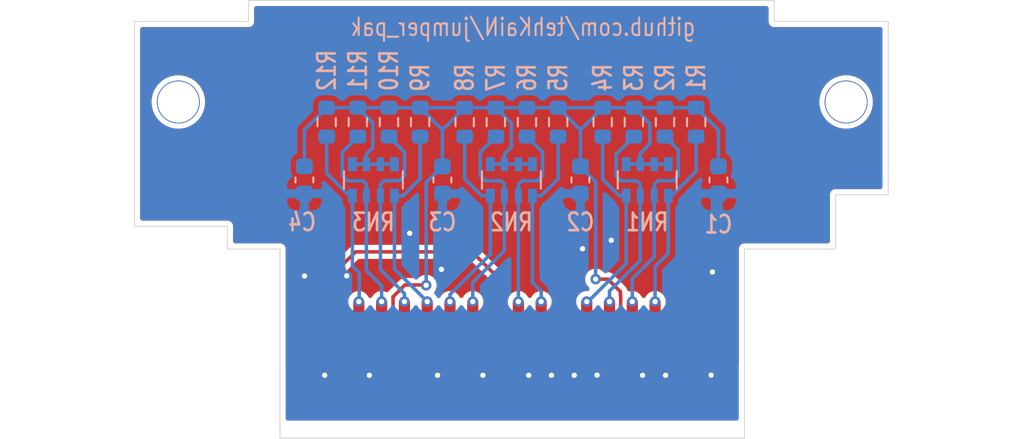
<source format=kicad_pcb>
(kicad_pcb (version 20211014) (generator pcbnew)
  (layers (0 "F.Cu" signal) (31 "B.Cu" signal) (34 "B.Paste" user) (35 "F.Paste" user) (36 "B.SilkS" user "B.Silkscreen") (37 "F.SilkS" user "F.Silkscreen") (38 "B.Mask" user) (39 "F.Mask" user) (44 "Edge.Cuts" user))
  (net 0 "")
  (net 1 "GND")
  (net 2 "VCC")
  (net 3 "Net-(J1-Pad4)")
  (net 4 "Net-(J1-Pad10)")
  (net 5 "Net-(J1-Pad14)")
  (net 6 "Net-(J1-Pad18)")
  (net 7 "Net-(J1-Pad34)")
  (net 8 "DQ6")
  (net 9 "ADDR")
  (net 10 "DQ8")
  (net 11 "DQ5")
  (net 12 "RXCLK")
  (net 13 "DQ7")
  (net 14 "FSO")
  (net 15 "Net-(J1-Pad1)")
  (net 16 "CMD")
  (net 17 "DQ4")
  (net 18 "Net-(J1-Pad33)")
  (net 19 "Net-(J1-Pad35)")
  (net 20 "DQ0")
  (net 21 "DQ1")
  (net 22 "DQ2")
  (net 23 "DQ3")
  (net 24 "Net-(J1-Pad23)")
  (footprint "n64:ram-pak-edge-conn" (layer "F.Cu") (at 111.4 105.2)
    (fp_text reference "J1" hide)
    (fp_text value "n64_exp")
    (pad "1" smd rect locked (at -0.6 -4.26) (size 0.64 2.56) (layers "F.Cu" "F.Paste" "F.Mask") (net 15 "Net-(J1-Pad1)"))
    (pad "2" smd rect locked (at 0 0) (size 0.64 2.56) (layers "F.Cu" "F.Paste" "F.Mask") (net 1 "GND"))
    (pad "3" smd rect locked (at 0.7 -4.26) (size 0.64 2.56) (layers "F.Cu" "F.Paste" "F.Mask") (net 14 "FSO"))
    (pad "4" smd rect locked (at 1.3 0) (size 0.64 2.56) (layers "F.Cu" "F.Paste" "F.Mask") (net 3 "Net-(J1-Pad4)"))
    (pad "5" smd rect locked (at 2 -4.26) (size 0.64 2.56) (layers "F.Cu" "F.Paste" "F.Mask") (net 10 "DQ8"))
    (pad "6" smd rect locked (at 2.6 0) (size 0.64 2.56) (layers "F.Cu" "F.Paste" "F.Mask") (net 1 "GND"))
    (pad "7" smd rect locked (at 3.3 -4.26) (size 0.64 2.56) (layers "F.Cu" "F.Paste" "F.Mask") (net 13 "DQ7"))
    (pad "8" smd rect locked (at 3.9 0) (size 0.64 2.56) (layers "F.Cu" "F.Paste" "F.Mask") (net 2 "VCC"))
    (pad "9" smd rect locked (at 4.6 -4.26) (size 0.64 2.56) (layers "F.Cu" "F.Paste" "F.Mask") (net 9 "ADDR"))
    (pad "10" smd rect locked (at 5.2 0) (size 0.64 2.56) (layers "F.Cu" "F.Paste" "F.Mask") (net 4 "Net-(J1-Pad10)"))
    (pad "11" smd rect locked (at 5.9 -4.26) (size 0.64 2.56) (layers "F.Cu" "F.Paste" "F.Mask") (net 8 "DQ6"))
    (pad "12" smd rect locked (at 6.5 0) (size 0.64 2.56) (layers "F.Cu" "F.Paste" "F.Mask") (net 1 "GND"))
    (pad "13" smd rect locked (at 7.2 -4.26) (size 0.64 2.56) (layers "F.Cu" "F.Paste" "F.Mask") (net 11 "DQ5"))
    (pad "14" smd rect locked (at 7.8 0) (size 0.64 2.56) (layers "F.Cu" "F.Paste" "F.Mask") (net 5 "Net-(J1-Pad14)"))
    (pad "15" smd rect locked (at 8.5 -4.26) (size 0.64 2.56) (layers "F.Cu" "F.Paste" "F.Mask") (net 12 "RXCLK"))
    (pad "16" smd rect locked (at 9.1 0) (size 0.64 2.56) (layers "F.Cu" "F.Paste" "F.Mask") (net 1 "GND"))
    (pad "17" smd rect locked (at 9.8 -4.26) (size 0.64 2.56) (layers "F.Cu" "F.Paste" "F.Mask") (net 14 "FSO"))
    (pad "18" smd rect locked (at 10.4 0) (size 0.64 2.56) (layers "F.Cu" "F.Paste" "F.Mask") (net 6 "Net-(J1-Pad18)"))
    (pad "19" smd rect locked (at 11.1 -4.26) (size 0.64 2.56) (layers "F.Cu" "F.Paste" "F.Mask") (net 17 "DQ4"))
    (pad "20" smd rect locked (at 11.7 0) (size 0.64 2.56) (layers "F.Cu" "F.Paste" "F.Mask") (net 1 "GND"))
    (pad "21" smd rect locked (at 12.4 -4.26) (size 0.64 2.56) (layers "F.Cu" "F.Paste" "F.Mask") (net 16 "CMD"))
    (pad "22" smd rect locked (at 13 0) (size 0.64 2.56) (layers "F.Cu" "F.Paste" "F.Mask") (net 1 "GND"))
    (pad "23" smd rect locked (at 13.7 -4.26) (size 0.64 2.56) (layers "F.Cu" "F.Paste" "F.Mask") (net 24 "Net-(J1-Pad23)"))
    (pad "24" smd rect locked (at 14.3 0) (size 0.64 2.56) (layers "F.Cu" "F.Paste" "F.Mask") (net 1 "GND"))
    (pad "25" smd rect locked (at 15 -4.26) (size 0.64 2.56) (layers "F.Cu" "F.Paste" "F.Mask") (net 23 "DQ3"))
    (pad "26" smd rect locked (at 15.6 0) (size 0.64 2.56) (layers "F.Cu" "F.Paste" "F.Mask") (net 1 "GND"))
    (pad "27" smd rect locked (at 16.3 -4.26) (size 0.64 2.56) (layers "F.Cu" "F.Paste" "F.Mask") (net 22 "DQ2"))
    (pad "28" smd rect locked (at 16.9 0) (size 0.64 2.56) (layers "F.Cu" "F.Paste" "F.Mask") (net 2 "VCC"))
    (pad "29" smd rect locked (at 17.6 -4.26) (size 0.64 2.56) (layers "F.Cu" "F.Paste" "F.Mask") (net 21 "DQ1"))
    (pad "30" smd rect locked (at 18.2 0) (size 0.64 2.56) (layers "F.Cu" "F.Paste" "F.Mask") (net 1 "GND"))
    (pad "31" smd rect locked (at 18.9 -4.26) (size 0.64 2.56) (layers "F.Cu" "F.Paste" "F.Mask") (net 20 "DQ0"))
    (pad "32" smd rect locked (at 19.5 0) (size 0.64 2.56) (layers "F.Cu" "F.Paste" "F.Mask") (net 1 "GND"))
    (pad "33" smd rect locked (at 20.2 -4.26) (size 0.64 2.56) (layers "F.Cu" "F.Paste" "F.Mask") (net 18 "Net-(J1-Pad33)"))
    (pad "34" smd rect locked (at 20.8 0) (size 0.64 2.56) (layers "F.Cu" "F.Paste" "F.Mask") (net 7 "Net-(J1-Pad34)"))
    (pad "35" smd rect locked (at 21.5 -4.26) (size 0.64 2.56) (layers "F.Cu" "F.Paste" "F.Mask") (net 19 "Net-(J1-Pad35)"))
    (pad "36" smd rect locked (at 22.1 0) (size 0.64 2.56) (layers "F.Cu" "F.Paste" "F.Mask") (net 1 "GND"))
  )
  (footprint "n64:jumper_pak_mounting_hole" (layer "F.Cu") (at 103.1 88.3)
    (fp_text reference "REF**" hide)
    (fp_text value "jumper_pak_mounting_hole")
    (pad "" np_thru_hole circle locked (at 0 0) (size 2.45 2.45) (drill 2.35) (layers *.Cu *.Mask))
  )
  (footprint "n64:wario" (layer "F.Cu") (at 122.5 89.9)
    (fp_text reference "G***" hide)
    (fp_text value "LOGO" hide)
  )
  (footprint "n64:jumper_pak_mounting_hole" (layer "F.Cu") (at 141.2 88.3)
    (fp_text reference "REF**" hide)
    (fp_text value "jumper_pak_mounting_hole")
    (pad "" np_thru_hole circle locked (at 0 0) (size 2.45 2.45) (drill 2.35) (layers *.Cu *.Mask))
  )
  (footprint "Capacitor_SMD:C_0603_1608Metric" (layer "B.Cu") (at 118.167 92.753 -90)
    (fp_text reference "C3" (at 2.413 0) (layer "B.SilkS") (effects (font (size 1 0.8)) (justify mirror)))
    (fp_text value "3.3uF")
    (fp_line (start -0.14058 -0.51) (end 0.14058 -0.51) (layer "B.SilkS") (width 0.12))
    (fp_line (start -0.14058 0.51) (end 0.14058 0.51) (layer "B.SilkS") (width 0.12))
    (pad "1" smd roundrect locked (at -0.775 0 270) (size 0.9 0.95) (layers "B.Cu" "B.Paste" "B.Mask") (net 2 "VCC"))
    (pad "2" smd roundrect locked (at 0.775 0 270) (size 0.9 0.95) (layers "B.Cu" "B.Paste" "B.Mask") (net 1 "GND"))
  )
  (footprint "Capacitor_SMD:C_0603_1608Metric" (layer "B.Cu") (at 133.915 92.753 -90)
    (fp_text reference "C1" (at 2.54 0 180) (layer "B.SilkS") (effects (font (size 1 0.8)) (justify mirror)))
    (fp_text value "3.3uF")
    (fp_line (start -0.14058 0.51) (end 0.14058 0.51) (layer "B.SilkS") (width 0.12))
    (fp_line (start -0.14058 -0.51) (end 0.14058 -0.51) (layer "B.SilkS") (width 0.12))
    (pad "1" smd roundrect locked (at -0.775 0 270) (size 0.9 0.95) (layers "B.Cu" "B.Paste" "B.Mask") (net 2 "VCC"))
    (pad "2" smd roundrect locked (at 0.775 0 270) (size 0.9 0.95) (layers "B.Cu" "B.Paste" "B.Mask") (net 1 "GND"))
  )
  (footprint "Capacitor_SMD:C_0603_1608Metric" (layer "B.Cu") (at 126.041 92.753 -90)
    (fp_text reference "C2" (at 2.413 0 180) (layer "B.SilkS") (effects (font (size 1 0.8)) (justify mirror)))
    (fp_text value "3.3uF")
    (fp_line (start -0.14058 0.51) (end 0.14058 0.51) (layer "B.SilkS") (width 0.12))
    (fp_line (start -0.14058 -0.51) (end 0.14058 -0.51) (layer "B.SilkS") (width 0.12))
    (pad "1" smd roundrect locked (at -0.775 0 270) (size 0.9 0.95) (layers "B.Cu" "B.Paste" "B.Mask") (net 2 "VCC"))
    (pad "2" smd roundrect locked (at 0.775 0 270) (size 0.9 0.95) (layers "B.Cu" "B.Paste" "B.Mask") (net 1 "GND"))
  )
  (footprint "Resistor_SMD:R_0603_1608Metric" (layer "B.Cu") (at 113.341 89.451 -90)
    (fp_text reference "R11" (at -2.951 0 90) (layer "B.SilkS") (effects (font (size 1 0.8)) (justify mirror)))
    (fp_text value "51R")
    (fp_line (start -0.237258 -0.5225) (end 0.237258 -0.5225) (layer "B.SilkS") (width 0.12))
    (fp_line (start -0.237258 0.5225) (end 0.237258 0.5225) (layer "B.SilkS") (width 0.12))
    (pad "1" smd roundrect locked (at -0.825 0 270) (size 0.8 0.95) (layers "B.Cu" "B.Paste" "B.Mask") (net 2 "VCC"))
    (pad "2" smd roundrect locked (at 0.825 0 270) (size 0.8 0.95) (layers "B.Cu" "B.Paste" "B.Mask") (net 13 "DQ7"))
  )
  (footprint "Resistor_SMD:R_0603_1608Metric" (layer "B.Cu") (at 119.437 89.451 -90)
    (fp_text reference "R8" (at -2.54 0 90) (layer "B.SilkS") (effects (font (size 1 0.8)) (justify mirror)))
    (fp_text value "51R")
    (fp_line (start -0.237258 -0.5225) (end 0.237258 -0.5225) (layer "B.SilkS") (width 0.12))
    (fp_line (start -0.237258 0.5225) (end 0.237258 0.5225) (layer "B.SilkS") (width 0.12))
    (pad "1" smd roundrect locked (at -0.825 0 270) (size 0.8 0.95) (layers "B.Cu" "B.Paste" "B.Mask") (net 2 "VCC"))
    (pad "2" smd roundrect locked (at 0.825 0 270) (size 0.8 0.95) (layers "B.Cu" "B.Paste" "B.Mask") (net 11 "DQ5"))
  )
  (footprint "Resistor_SMD:R_0603_1608Metric" (layer "B.Cu") (at 129.089 89.451 -90)
    (fp_text reference "R3" (at -2.54 0 90) (layer "B.SilkS") (effects (font (size 1 0.8)) (justify mirror)))
    (fp_text value "51R")
    (fp_line (start -0.237258 -0.5225) (end 0.237258 -0.5225) (layer "B.SilkS") (width 0.12))
    (fp_line (start -0.237258 0.5225) (end 0.237258 0.5225) (layer "B.SilkS") (width 0.12))
    (pad "1" smd roundrect locked (at -0.825 0 270) (size 0.8 0.95) (layers "B.Cu" "B.Paste" "B.Mask") (net 2 "VCC"))
    (pad "2" smd roundrect locked (at 0.825 0 270) (size 0.8 0.95) (layers "B.Cu" "B.Paste" "B.Mask") (net 22 "DQ2"))
  )
  (footprint "Resistor_SMD:R_0603_1608Metric" (layer "B.Cu") (at 132.645 89.451 -90)
    (fp_text reference "R1" (at -2.54 0 90) (layer "B.SilkS") (effects (font (size 1 0.8)) (justify mirror)))
    (fp_text value "51R")
    (fp_line (start -0.237258 -0.5225) (end 0.237258 -0.5225) (layer "B.SilkS") (width 0.12))
    (fp_line (start -0.237258 0.5225) (end 0.237258 0.5225) (layer "B.SilkS") (width 0.12))
    (pad "1" smd roundrect locked (at -0.825 0 270) (size 0.8 0.95) (layers "B.Cu" "B.Paste" "B.Mask") (net 2 "VCC"))
    (pad "2" smd roundrect locked (at 0.825 0 270) (size 0.8 0.95) (layers "B.Cu" "B.Paste" "B.Mask") (net 20 "DQ0"))
  )
  (footprint "Capacitor_SMD:C_0603_1608Metric" (layer "B.Cu") (at 110.293 92.753 -90)
    (fp_text reference "C4" (at 2.413 0.127 180) (layer "B.SilkS") (effects (font (size 1 0.8)) (justify mirror)))
    (fp_text value "3.3uF")
    (fp_line (start -0.14058 -0.51) (end 0.14058 -0.51) (layer "B.SilkS") (width 0.12))
    (fp_line (start -0.14058 0.51) (end 0.14058 0.51) (layer "B.SilkS") (width 0.12))
    (pad "1" smd roundrect locked (at -0.775 0 270) (size 0.9 0.95) (layers "B.Cu" "B.Paste" "B.Mask") (net 2 "VCC"))
    (pad "2" smd roundrect locked (at 0.775 0 270) (size 0.9 0.95) (layers "B.Cu" "B.Paste" "B.Mask") (net 1 "GND"))
  )
  (footprint "Resistor_SMD:R_0603_1608Metric" (layer "B.Cu") (at 124.771 89.451 -90)
    (fp_text reference "R5" (at -2.54 0 90) (layer "B.SilkS") (effects (font (size 1 0.8)) (justify mirror)))
    (fp_text value "51R")
    (fp_line (start -0.237258 0.5225) (end 0.237258 0.5225) (layer "B.SilkS") (width 0.12))
    (fp_line (start -0.237258 -0.5225) (end 0.237258 -0.5225) (layer "B.SilkS") (width 0.12))
    (pad "1" smd roundrect locked (at -0.825 0 270) (size 0.8 0.95) (layers "B.Cu" "B.Paste" "B.Mask") (net 2 "VCC"))
    (pad "2" smd roundrect locked (at 0.825 0 270) (size 0.8 0.95) (layers "B.Cu" "B.Paste" "B.Mask") (net 16 "CMD"))
  )
  (footprint "Resistor_SMD:R_Array_Convex_4x0603" (layer "B.Cu") (at 122.104 92.753 90)
    (fp_text reference "RN2" (at -2.413 0 180) (layer "B.SilkS") (effects (font (size 1 0.8)) (justify mirror)))
    (fp_text value "51R")
    (fp_line (start 0.5 1.68) (end -0.5 1.68) (layer "B.SilkS") (width 0.12))
    (fp_line (start 0.5 -1.68) (end -0.5 -1.68) (layer "B.SilkS") (width 0.12))
    (pad "1" smd rect locked (at -0.9 1.2 90) (size 0.8 0.5) (layers "B.Cu" "B.Paste" "B.Mask") (net 16 "CMD"))
    (pad "2" smd rect locked (at -0.9 0.4 90) (size 0.8 0.4) (layers "B.Cu" "B.Paste" "B.Mask") (net 17 "DQ4"))
    (pad "3" smd rect locked (at -0.9 -0.4 90) (size 0.8 0.4) (layers "B.Cu" "B.Paste" "B.Mask") (net 12 "RXCLK"))
    (pad "4" smd rect locked (at -0.9 -1.2 90) (size 0.8 0.5) (layers "B.Cu" "B.Paste" "B.Mask") (net 11 "DQ5"))
    (pad "5" smd rect locked (at 0.9 -1.2 90) (size 0.8 0.5) (layers "B.Cu" "B.Paste" "B.Mask") (net 2 "VCC"))
    (pad "6" smd rect locked (at 0.9 -0.4 90) (size 0.8 0.4) (layers "B.Cu" "B.Paste" "B.Mask") (net 2 "VCC"))
    (pad "7" smd rect locked (at 0.9 0.4 90) (size 0.8 0.4) (layers "B.Cu" "B.Paste" "B.Mask") (net 2 "VCC"))
    (pad "8" smd rect locked (at 0.9 1.2 90) (size 0.8 0.5) (layers "B.Cu" "B.Paste" "B.Mask") (net 2 "VCC"))
  )
  (footprint "Resistor_SMD:R_0603_1608Metric" (layer "B.Cu") (at 116.897 89.451 -90)
    (fp_text reference "R9" (at -2.54 0 90) (layer "B.SilkS") (effects (font (size 1 0.8)) (justify mirror)))
    (fp_text value "51R")
    (fp_line (start -0.237258 0.5225) (end 0.237258 0.5225) (layer "B.SilkS") (width 0.12))
    (fp_line (start -0.237258 -0.5225) (end 0.237258 -0.5225) (layer "B.SilkS") (width 0.12))
    (pad "1" smd roundrect locked (at -0.825 0 270) (size 0.8 0.95) (layers "B.Cu" "B.Paste" "B.Mask") (net 2 "VCC"))
    (pad "2" smd roundrect locked (at 0.825 0 270) (size 0.8 0.95) (layers "B.Cu" "B.Paste" "B.Mask") (net 8 "DQ6"))
  )
  (footprint "Resistor_SMD:R_0603_1608Metric" (layer "B.Cu") (at 121.215 89.451 -90)
    (fp_text reference "R7" (at -2.54 0 90) (layer "B.SilkS") (effects (font (size 1 0.8)) (justify mirror)))
    (fp_text value "51R")
    (fp_line (start -0.237258 0.5225) (end 0.237258 0.5225) (layer "B.SilkS") (width 0.12))
    (fp_line (start -0.237258 -0.5225) (end 0.237258 -0.5225) (layer "B.SilkS") (width 0.12))
    (pad "1" smd roundrect locked (at -0.825 0 270) (size 0.8 0.95) (layers "B.Cu" "B.Paste" "B.Mask") (net 2 "VCC"))
    (pad "2" smd roundrect locked (at 0.825 0 270) (size 0.8 0.95) (layers "B.Cu" "B.Paste" "B.Mask") (net 12 "RXCLK"))
  )
  (footprint "Resistor_SMD:R_0603_1608Metric" (layer "B.Cu") (at 122.993 89.451 -90)
    (fp_text reference "R6" (at -2.54 0 90) (layer "B.SilkS") (effects (font (size 1 0.8)) (justify mirror)))
    (fp_text value "51R")
    (fp_line (start -0.237258 0.5225) (end 0.237258 0.5225) (layer "B.SilkS") (width 0.12))
    (fp_line (start -0.237258 -0.5225) (end 0.237258 -0.5225) (layer "B.SilkS") (width 0.12))
    (pad "1" smd roundrect locked (at -0.825 0 270) (size 0.8 0.95) (layers "B.Cu" "B.Paste" "B.Mask") (net 2 "VCC"))
    (pad "2" smd roundrect locked (at 0.825 0 270) (size 0.8 0.95) (layers "B.Cu" "B.Paste" "B.Mask") (net 17 "DQ4"))
  )
  (footprint "Resistor_SMD:R_0603_1608Metric" (layer "B.Cu") (at 127.311 89.451 -90)
    (fp_text reference "R4" (at -2.54 0 90) (layer "B.SilkS") (effects (font (size 1 0.8)) (justify mirror)))
    (fp_text value "51R")
    (fp_line (start -0.237258 -0.5225) (end 0.237258 -0.5225) (layer "B.SilkS") (width 0.12))
    (fp_line (start -0.237258 0.5225) (end 0.237258 0.5225) (layer "B.SilkS") (width 0.12))
    (pad "1" smd roundrect locked (at -0.825 0 270) (size 0.8 0.95) (layers "B.Cu" "B.Paste" "B.Mask") (net 2 "VCC"))
    (pad "2" smd roundrect locked (at 0.825 0 270) (size 0.8 0.95) (layers "B.Cu" "B.Paste" "B.Mask") (net 23 "DQ3"))
  )
  (footprint "Resistor_SMD:R_0603_1608Metric" (layer "B.Cu") (at 130.867 89.451 -90)
    (fp_text reference "R2" (at -2.54 0 90) (layer "B.SilkS") (effects (font (size 1 0.8)) (justify mirror)))
    (fp_text value "51R")
    (fp_line (start -0.237258 0.5225) (end 0.237258 0.5225) (layer "B.SilkS") (width 0.12))
    (fp_line (start -0.237258 -0.5225) (end 0.237258 -0.5225) (layer "B.SilkS") (width 0.12))
    (pad "1" smd roundrect locked (at -0.825 0 270) (size 0.8 0.95) (layers "B.Cu" "B.Paste" "B.Mask") (net 2 "VCC"))
    (pad "2" smd roundrect locked (at 0.825 0 270) (size 0.8 0.95) (layers "B.Cu" "B.Paste" "B.Mask") (net 21 "DQ1"))
  )
  (footprint "Resistor_SMD:R_Array_Convex_4x0603" (layer "B.Cu") (at 114.23 92.753 90)
    (fp_text reference "RN3" (at -2.413 0 180) (layer "B.SilkS") (effects (font (size 1 0.8)) (justify mirror)))
    (fp_text value "51R")
    (fp_line (start 0.5 1.68) (end -0.5 1.68) (layer "B.SilkS") (width 0.12))
    (fp_line (start 0.5 -1.68) (end -0.5 -1.68) (layer "B.SilkS") (width 0.12))
    (pad "1" smd rect locked (at -0.9 1.2 90) (size 0.8 0.5) (layers "B.Cu" "B.Paste" "B.Mask") (net 8 "DQ6"))
    (pad "2" smd rect locked (at -0.9 0.4 90) (size 0.8 0.4) (layers "B.Cu" "B.Paste" "B.Mask") (net 9 "ADDR"))
    (pad "3" smd rect locked (at -0.9 -0.4 90) (size 0.8 0.4) (layers "B.Cu" "B.Paste" "B.Mask") (net 13 "DQ7"))
    (pad "4" smd rect locked (at -0.9 -1.2 90) (size 0.8 0.5) (layers "B.Cu" "B.Paste" "B.Mask") (net 10 "DQ8"))
    (pad "5" smd rect locked (at 0.9 -1.2 90) (size 0.8 0.5) (layers "B.Cu" "B.Paste" "B.Mask") (net 2 "VCC"))
    (pad "6" smd rect locked (at 0.9 -0.4 90) (size 0.8 0.4) (layers "B.Cu" "B.Paste" "B.Mask") (net 2 "VCC"))
    (pad "7" smd rect locked (at 0.9 0.4 90) (size 0.8 0.4) (layers "B.Cu" "B.Paste" "B.Mask") (net 2 "VCC"))
    (pad "8" smd rect locked (at 0.9 1.2 90) (size 0.8 0.5) (layers "B.Cu" "B.Paste" "B.Mask") (net 2 "VCC"))
  )
  (footprint "Resistor_SMD:R_Array_Convex_4x0603" (layer "B.Cu") (at 129.851 92.753 90)
    (fp_text reference "RN1" (at -2.413 0 180) (layer "B.SilkS") (effects (font (size 1 0.8)) (justify mirror)))
    (fp_text value "51R")
    (fp_line (start 0.5 -1.68) (end -0.5 -1.68) (layer "B.SilkS") (width 0.12))
    (fp_line (start 0.5 1.68) (end -0.5 1.68) (layer "B.SilkS") (width 0.12))
    (pad "1" smd rect locked (at -0.9 1.2 90) (size 0.8 0.5) (layers "B.Cu" "B.Paste" "B.Mask") (net 20 "DQ0"))
    (pad "2" smd rect locked (at -0.9 0.4 90) (size 0.8 0.4) (layers "B.Cu" "B.Paste" "B.Mask") (net 21 "DQ1"))
    (pad "3" smd rect locked (at -0.9 -0.4 90) (size 0.8 0.4) (layers "B.Cu" "B.Paste" "B.Mask") (net 22 "DQ2"))
    (pad "4" smd rect locked (at -0.9 -1.2 90) (size 0.8 0.5) (layers "B.Cu" "B.Paste" "B.Mask") (net 23 "DQ3"))
    (pad "5" smd rect locked (at 0.9 -1.2 90) (size 0.8 0.5) (layers "B.Cu" "B.Paste" "B.Mask") (net 2 "VCC"))
    (pad "6" smd rect locked (at 0.9 -0.4 90) (size 0.8 0.4) (layers "B.Cu" "B.Paste" "B.Mask") (net 2 "VCC"))
    (pad "7" smd rect locked (at 0.9 0.4 90) (size 0.8 0.4) (layers "B.Cu" "B.Paste" "B.Mask") (net 2 "VCC"))
    (pad "8" smd rect locked (at 0.9 1.2 90) (size 0.8 0.5) (layers "B.Cu" "B.Paste" "B.Mask") (net 2 "VCC"))
  )
  (footprint "Resistor_SMD:R_0603_1608Metric" (layer "B.Cu") (at 111.563 89.451 -90)
    (fp_text reference "R12" (at -2.951 0 90) (layer "B.SilkS") (effects (font (size 1 0.8)) (justify mirror)))
    (fp_text value "51R")
    (fp_line (start -0.237258 -0.5225) (end 0.237258 -0.5225) (layer "B.SilkS") (width 0.12))
    (fp_line (start -0.237258 0.5225) (end 0.237258 0.5225) (layer "B.SilkS") (width 0.12))
    (pad "1" smd roundrect locked (at -0.825 0 270) (size 0.8 0.95) (layers "B.Cu" "B.Paste" "B.Mask") (net 2 "VCC"))
    (pad "2" smd roundrect locked (at 0.825 0 270) (size 0.8 0.95) (layers "B.Cu" "B.Paste" "B.Mask") (net 10 "DQ8"))
  )
  (footprint "Resistor_SMD:R_0603_1608Metric" (layer "B.Cu") (at 115.119 89.451 -90)
    (fp_text reference "R10" (at -2.951 0 90) (layer "B.SilkS") (effects (font (size 1 0.8)) (justify mirror)))
    (fp_text value "51R")
    (fp_line (start -0.237258 -0.5225) (end 0.237258 -0.5225) (layer "B.SilkS") (width 0.12))
    (fp_line (start -0.237258 0.5225) (end 0.237258 0.5225) (layer "B.SilkS") (width 0.12))
    (pad "1" smd roundrect locked (at -0.825 0 270) (size 0.8 0.95) (layers "B.Cu" "B.Paste" "B.Mask") (net 2 "VCC"))
    (pad "2" smd roundrect locked (at 0.825 0 270) (size 0.8 0.95) (layers "B.Cu" "B.Paste" "B.Mask") (net 9 "ADDR"))
  )
  (gr_line (start 105.9 96.7) (end 108.9 96.7) (layer "Edge.Cuts") (width 0.05))
  (gr_line (start 143.6 83.7) (end 137.1 83.7) (layer "Edge.Cuts") (width 0.05))
  (gr_line (start 105.9 95.4) (end 105.9 96.7) (layer "Edge.Cuts") (width 0.05))
  (gr_line (start 100.6 95.4) (end 105.9 95.4) (layer "Edge.Cuts") (width 0.05))
  (gr_line (start 100.6 83.7) (end 100.6 95.4) (layer "Edge.Cuts") (width 0.05))
  (gr_line (start 107.1 83.7) (end 100.6 83.7) (layer "Edge.Cuts") (width 0.05))
  (gr_line (start 137.1 83.7) (end 137.1 82.5) (layer "Edge.Cuts") (width 0.05))
  (gr_line (start 107.1 82.5) (end 107.1 83.7) (layer "Edge.Cuts") (width 0.05))
  (gr_line (start 137.1 82.5) (end 107.1 82.5) (layer "Edge.Cuts") (width 0.05))
  (gr_line (start 143.6 93.6) (end 143.6 83.7) (layer "Edge.Cuts") (width 0.05))
  (gr_line (start 140.6 93.6) (end 143.6 93.6) (layer "Edge.Cuts") (width 0.05))
  (gr_line (start 140.6 96.7) (end 140.6 93.6) (layer "Edge.Cuts") (width 0.05))
  (gr_line (start 135.4 96.7) (end 140.6 96.7) (layer "Edge.Cuts") (width 0.05))
  (gr_line (start 135.4 107.5) (end 135.4 96.7) (layer "Edge.Cuts") (width 0.05))
  (gr_line (start 108.9 107.5) (end 108.9 96.7) (layer "Edge.Cuts") (width 0.05))
  (gr_line (start 108.9 107.5) (end 135.4 107.5) (layer "Edge.Cuts") (width 0.05))
  (gr_text "github.com/tehKaiN/jumper_pak" (at 122.76 84.02) (layer "B.SilkS") (effects (font (size 1 0.8) (thickness 0.12)) (justify mirror)))
  (segment (start 110.2 102.8) (end 109.9 102.5) (width 0.2) (layer "F.Cu") (net 1))
  (segment (start 123.1 105.2) (end 123.1 103.92) (width 0.2) (layer "F.Cu") (net 1))
  (segment (start 110.65 98.24) (end 110.3 98.24) (width 0.2) (layer "F.Cu") (net 1))
  (segment (start 109.9 98.64) (end 110.3 98.24) (width 0.2) (layer "F.Cu") (net 1))
  (segment (start 125.7 105.2) (end 125.7 103.92) (width 0.2) (layer "F.Cu") (net 1))
  (segment (start 129.6 105.2) (end 129.66 105.14) (width 0.2) (layer "F.Cu") (net 1))
  (segment (start 118.11 97.84) (end 118.11 97.86) (width 0.2) (layer "F.Cu") (net 1))
  (segment (start 109.9 102.5) (end 109.9 98.64) (width 0.2) (layer "F.Cu") (net 1))
  (segment (start 117.9 105.2) (end 117.94 105.16) (width 0.2) (layer "F.Cu") (net 1))
  (segment (start 123.1 105.2) (end 123.14 105.16) (width 0.2) (layer "F.Cu") (net 1))
  (segment (start 125.7 105.2) (end 125.75 105.15) (width 0.2) (layer "F.Cu") (net 1))
  (segment (start 126.2 96.72) (end 126.16 96.68) (width 0.2) (layer "F.Cu") (net 1))
  (segment (start 127 103.91) (end 126.99 103.9) (width 0.2) (layer "F.Cu") (net 1))
  (segment (start 118.01 97.74) (end 118.11 97.84) (width 0.2) (layer "F.Cu") (net 1))
  (segment (start 130.9 105.2) (end 130.9 103.91) (width 0.2) (layer "F.Cu") (net 1))
  (segment (start 124.4 105.2) (end 124.45 105.15) (width 0.2) (layer "F.Cu") (net 1))
  (segment (start 120.5 103.93) (end 120.48 103.91) (width 0.2) (layer "F.Cu") (net 1))
  (segment (start 112.770002 98.169998) (end 113.37 97.57) (width 0.2) (layer "F.Cu") (net 1))
  (segment (start 120.5 105.2) (end 120.5 103.93) (width 0.2) (layer "F.Cu") (net 1))
  (segment (start 114 105.2) (end 114.05 105.15) (width 0.2) (layer "F.Cu") (net 1))
  (segment (start 117.82 97.57) (end 118.11 97.86) (width 0.2) (layer "F.Cu") (net 1))
  (segment (start 129.6 105.2) (end 129.6 103.92) (width 0.2) (layer "F.Cu") (net 1))
  (segment (start 133.57 98.01) (end 132.28 96.72) (width 0.2) (layer "F.Cu") (net 1))
  (segment (start 113.37 97.57) (end 117.82 97.57) (width 0.2) (layer "F.Cu") (net 1))
  (segment (start 133.57 103.83) (end 133.57 98.01) (width 0.2) (layer "F.Cu") (net 1))
  (segment (start 133.5 103.9) (end 133.57 103.83) (width 0.2) (layer "F.Cu") (net 1))
  (segment (start 127 105.2) (end 127 103.91) (width 0.2) (layer "F.Cu") (net 1))
  (segment (start 111.4 105.2) (end 111.4 103.96) (width 0.2) (layer "F.Cu") (net 1))
  (segment (start 111.45 103.35) (end 110.9 102.8) (width 0.2) (layer "F.Cu") (net 1))
  (segment (start 130.9 105.2) (end 130.95 105.15) (width 0.2) (layer "F.Cu") (net 1))
  (segment (start 120.5 105.2) (end 120.55 105.15) (width 0.2) (layer "F.Cu") (net 1))
  (segment (start 114 105.2) (end 114 103.91) (width 0.2) (layer "F.Cu") (net 1))
  (segment (start 112.770002 98.169998) (end 112.71 98.23) (width 0.2) (layer "F.Cu") (net 1))
  (segment (start 111.4 105.2) (end 111.4 104.1) (width 0.2) (layer "F.Cu") (net 1))
  (segment (start 111.4 103.96) (end 111.45 103.91) (width 0.2) (layer "F.Cu") (net 1))
  (segment (start 117.9 103.92) (end 117.89 103.91) (width 0.2) (layer "F.Cu") (net 1))
  (segment (start 117.9 105.2) (end 117.9 103.92) (width 0.2) (layer "F.Cu") (net 1))
  (segment (start 127 105.2) (end 127.05 105.15) (width 0.2) (layer "F.Cu") (net 1))
  (segment (start 123.1 103.92) (end 123.09 103.91) (width 0.2) (layer "F.Cu") (net 1))
  (segment (start 132.28 96.72) (end 126.2 96.72) (width 0.2) (layer "F.Cu") (net 1))
  (segment (start 112.770002 98.210002) (end 112.770002 98.169998) (width 0.2) (layer "F.Cu") (net 1))
  (segment (start 111.45 103.91) (end 111.45 103.35) (width 0.2) (layer "F.Cu") (net 1))
  (segment (start 125.7 103.92) (end 125.69 103.91) (width 0.2) (layer "F.Cu") (net 1))
  (segment (start 110.9 102.8) (end 110.2 102.8) (width 0.2) (layer "F.Cu") (net 1))
  (segment (start 124.4 105.2) (end 124.4 103.92) (width 0.2) (layer "F.Cu") (net 1))
  (segment (start 129.6 103.92) (end 129.59 103.91) (width 0.2) (layer "F.Cu") (net 1))
  (segment (start 133.5 105.2) (end 133.5 103.9) (width 0.2) (layer "F.Cu") (net 1))
  (segment (start 124.4 103.92) (end 124.39 103.91) (width 0.2) (layer "F.Cu") (net 1))
  (via (at 120.48 103.91) (size 0.6) (drill 0.3) (layers "F.Cu" "B.Cu") (net 1))
  (via (at 125.69 103.91) (size 0.6) (drill 0.3) (layers "F.Cu" "B.Cu") (net 1))
  (via (at 117.89 103.91) (size 0.6) (drill 0.3) (layers "F.Cu" "B.Cu") (net 1))
  (via (at 118.11 97.86) (size 0.6) (drill 0.3) (layers "F.Cu" "B.Cu") (net 1))
  (via (at 112.71 98.23) (size 0.6) (drill 0.3) (layers "F.Cu" "B.Cu") (net 1))
  (via (at 110.3 98.24) (size 0.6) (drill 0.3) (layers "F.Cu" "B.Cu") (net 1))
  (via (at 124.39 103.91) (size 0.6) (drill 0.3) (layers "F.Cu" "B.Cu") (net 1))
  (via (at 126.16 96.68) (size 0.6) (drill 0.3) (layers "F.Cu" "B.Cu") (net 1))
  (via (at 130.9 103.91) (size 0.6) (drill 0.3) (layers "F.Cu" "B.Cu") (net 1))
  (via (at 129.59 103.91) (size 0.6) (drill 0.3) (layers "F.Cu" "B.Cu") (net 1))
  (via (at 114 103.91) (size 0.6) (drill 0.3) (layers "F.Cu" "B.Cu") (net 1))
  (via (at 127.8 96.2) (size 0.6) (drill 0.3) (layers "F.Cu" "B.Cu") (net 1))
  (via (at 116.3 95.8) (size 0.6) (drill 0.3) (layers "F.Cu" "B.Cu") (net 1))
  (via (at 133.57 98.01) (size 0.6) (drill 0.3) (layers "F.Cu" "B.Cu") (net 1))
  (via (at 126.99 103.9) (size 0.6) (drill 0.3) (layers "F.Cu" "B.Cu") (net 1))
  (via (at 133.5 103.9) (size 0.6) (drill 0.3) (layers "F.Cu" "B.Cu") (net 1))
  (via (at 123.09 103.91) (size 0.6) (drill 0.3) (layers "F.Cu" "B.Cu") (net 1))
  (via (at 111.45 103.91) (size 0.6) (drill 0.3) (layers "F.Cu" "B.Cu") (net 1))
  (segment (start 110.293 93.528) (end 110.293 98.233) (width 0.2) (layer "B.Cu") (net 1))
  (segment (start 126.041 93.528) (end 126.041 96.561) (width 0.2) (layer "B.Cu") (net 1))
  (segment (start 118.167 97.803) (end 118.11 97.86) (width 0.2) (layer "B.Cu") (net 1))
  (segment (start 118.167 93.528) (end 118.167 97.803) (width 0.2) (layer "B.Cu") (net 1))
  (segment (start 118.167 93.528) (end 118.072 93.528) (width 0.2) (layer "B.Cu") (net 1))
  (segment (start 133.915 93.535) (end 133.57 93.88) (width 0.2) (layer "B.Cu") (net 1))
  (segment (start 124.39 103.91) (end 125.69 103.91) (width 0.2) (layer "B.Cu") (net 1))
  (segment (start 126.98 103.91) (end 126.99 103.9) (width 0.2) (layer "B.Cu") (net 1))
  (segment (start 129.59 103.91) (end 130.9 103.91) (width 0.2) (layer "B.Cu") (net 1))
  (segment (start 126.99 103.9) (end 129.58 103.9) (width 0.2) (layer "B.Cu") (net 1))
  (segment (start 114 103.91) (end 111.45 103.91) (width 0.2) (layer "B.Cu") (net 1))
  (segment (start 130.91 103.9) (end 130.9 103.91) (width 0.2) (layer "B.Cu") (net 1))
  (segment (start 117.89 103.91) (end 120.48 103.91) (width 0.2) (layer "B.Cu") (net 1))
  (segment (start 133.5 103.9) (end 130.91 103.9) (width 0.2) (layer "B.Cu") (net 1))
  (segment (start 118.072 93.528) (end 118 93.6) (width 0.2) (layer "B.Cu") (net 1))
  (segment (start 110.293 98.233) (end 110.3 98.24) (width 0.2) (layer "B.Cu") (net 1))
  (segment (start 120.48 103.91) (end 123.09 103.91) (width 0.2) (layer "B.Cu") (net 1))
  (segment (start 133.915 93.528) (end 133.915 93.535) (width 0.2) (layer "B.Cu") (net 1))
  (segment (start 112.71 98.23) (end 110.31 98.23) (width 0.2) (layer "B.Cu") (net 1))
  (segment (start 133.57 93.88) (end 133.57 98.01) (width 0.2) (layer "B.Cu") (net 1))
  (segment (start 126.041 96.561) (end 126.16 96.68) (width 0.2) (layer "B.Cu") (net 1))
  (segment (start 125.69 103.91) (end 126.98 103.91) (width 0.2) (layer "B.Cu") (net 1))
  (segment (start 114 103.91) (end 117.89 103.91) (width 0.2) (layer "B.Cu") (net 1))
  (segment (start 123.09 103.91) (end 124.39 103.91) (width 0.2) (layer "B.Cu") (net 1))
  (segment (start 110.2 93.621) (end 110.293 93.528) (width 0.2) (layer "B.Cu") (net 1))
  (segment (start 129.58 103.9) (end 129.59 103.91) (width 0.2) (layer "B.Cu") (net 1))
  (segment (start 110.31 98.23) (end 110.3 98.24) (width 0.2) (layer "B.Cu") (net 1))
  (segment (start 133.9 93.543) (end 133.915 93.528) (width 0.2) (layer "B.Cu") (net 1))
  (segment (start 128.320001 99.379999) (end 128.320001 99.130001) (width 0.2) (layer "F.Cu") (net 2))
  (segment (start 115.35 105.15) (end 115.35 99.43) (width 0.2) (layer "F.Cu") (net 2))
  (segment (start 115.3 105.2) (end 115.320001 105.179999) (width 0.2) (layer "F.Cu") (net 2))
  (segment (start 128.3 105.2) (end 128.34 105.16) (width 0.2) (layer "F.Cu") (net 2))
  (segment (start 116.03 98.75) (end 117.22 98.75) (width 0.2) (layer "F.Cu") (net 2))
  (segment (start 127.61 98.42) (end 126.91 98.42) (width 0.2) (layer "F.Cu") (net 2))
  (segment (start 117.22 98.75) (end 117.24 98.77) (width 0.2) (layer "F.Cu") (net 2))
  (segment (start 115.35 99.43) (end 116.03 98.75) (width 0.2) (layer "F.Cu") (net 2))
  (segment (start 115.3 105.2) (end 115.35 105.15) (width 0.2) (layer "F.Cu") (net 2))
  (segment (start 128.320001 99.130001) (end 127.61 98.42) (width 0.2) (layer "F.Cu") (net 2))
  (segment (start 128.34 105.16) (end 128.34 99.399998) (width 0.2) (layer "F.Cu") (net 2))
  (segment (start 128.34 99.399998) (end 128.320001 99.379999) (width 0.2) (layer "F.Cu") (net 2))
  (via (at 117.24 98.77) (size 0.6) (drill 0.3) (layers "F.Cu" "B.Cu") (net 2))
  (via (at 126.91 98.42) (size 0.6) (drill 0.3) (layers "F.Cu" "B.Cu") (net 2))
  (segment (start 130 90.7) (end 130 89.537) (width 0.2) (layer "B.Cu") (net 2))
  (segment (start 128.651 91.853) (end 131.051 91.853) (width 0.2) (layer "B.Cu") (net 2))
  (segment (start 126.91 92.85) (end 126.041 91.981) (width 0.2) (layer "B.Cu") (net 2))
  (segment (start 118.167 89.896) (end 116.897 88.626) (width 0.2) (layer "B.Cu") (net 2))
  (segment (start 118.162 91.978) (end 118.167 91.978) (width 0.2) (layer "B.Cu") (net 2))
  (segment (start 126.041 89.896) (end 124.771 88.626) (width 0.2) (layer "B.Cu") (net 2))
  (segment (start 117.24 92.9) (end 118.162 91.978) (width 0.2) (layer "B.Cu") (net 2))
  (segment (start 114.2 89.485) (end 113.341 88.626) (width 0.2) (layer "B.Cu") (net 2))
  (segment (start 118.167 89.896) (end 119.437 88.626) (width 0.2) (layer "B.Cu") (net 2))
  (segment (start 110.293 89.896) (end 111.563 88.626) (width 0.2) (layer "B.Cu") (net 2))
  (segment (start 113.83 91.853) (end 113.83 91.27) (width 0.2) (layer "B.Cu") (net 2))
  (segment (start 129.451 91.249) (end 130 90.7) (width 0.2) (layer "B.Cu") (net 2))
  (segment (start 126.041 91.978) (end 126.041 89.896) (width 0.2) (layer "B.Cu") (net 2))
  (segment (start 133.915 91.978) (end 133.915 89.896) (width 0.2) (layer "B.Cu") (net 2))
  (segment (start 121.704 91.853) (end 121.704 91.2745) (width 0.2) (layer "B.Cu") (net 2))
  (segment (start 113.83 91.27) (end 114.2 90.9) (width 0.2) (layer "B.Cu") (net 2))
  (segment (start 113.03 91.853) (end 115.43 91.853) (width 0.2) (layer "B.Cu") (net 2))
  (segment (start 124.771 88.626) (end 132.645 88.626) (width 0.2) (layer "B.Cu") (net 2))
  (segment (start 120.904 91.853) (end 123.304 91.853) (width 0.2) (layer "B.Cu") (net 2))
  (segment (start 126.041 91.981) (end 126.041 91.978) (width 0.2) (layer "B.Cu") (net 2))
  (segment (start 117.24 98.77) (end 117.24 92.9) (width 0.2) (layer "B.Cu") (net 2))
  (segment (start 122.1 90.8785) (end 122.1 89.511) (width 0.2) (layer "B.Cu") (net 2))
  (segment (start 130 89.537) (end 129.089 88.626) (width 0.2) (layer "B.Cu") (net 2))
  (segment (start 118.167 91.978) (end 118.167 89.896) (width 0.2) (layer "B.Cu") (net 2))
  (segment (start 111.563 88.626) (end 116.897 88.626) (width 0.2) (layer "B.Cu") (net 2))
  (segment (start 126.91 98.42) (end 126.91 92.85) (width 0.2) (layer "B.Cu") (net 2))
  (segment (start 110.293 91.978) (end 110.293 89.896) (width 0.2) (layer "B.Cu") (net 2))
  (segment (start 116.897 88.626) (end 124.771 88.626) (width 0.2) (layer "B.Cu") (net 2))
  (segment (start 129.451 91.853) (end 129.451 91.249) (width 0.2) (layer "B.Cu") (net 2))
  (segment (start 122.1 89.511) (end 121.215 88.626) (width 0.2) (layer "B.Cu") (net 2))
  (segment (start 133.915 89.896) (end 132.645 88.626) (width 0.2) (layer "B.Cu") (net 2))
  (segment (start 114.2 90.9) (end 114.2 89.485) (width 0.2) (layer "B.Cu") (net 2))
  (segment (start 121.704 91.2745) (end 122.1 90.8785) (width 0.2) (layer "B.Cu") (net 2))
  (segment (start 126.041 89.896) (end 127.311 88.626) (width 0.2) (layer "B.Cu") (net 2))
  (via (at 117.3 99.7) (size 0.6) (drill 0.3) (layers "F.Cu" "B.Cu") (net 8))
  (segment (start 115.43 97.83) (end 115.43 93.653) (width 0.2) (layer "B.Cu") (net 8))
  (segment (start 115.93 93.653) (end 116.897 92.686) (width 0.2) (layer "B.Cu") (net 8))
  (segment (start 115.43 93.653) (end 115.93 93.653) (width 0.2) (layer "B.Cu") (net 8))
  (segment (start 117.3 99.7) (end 115.43 97.83) (width 0.2) (layer "B.Cu") (net 8))
  (segment (start 116.897 92.686) (end 116.897 90.276) (width 0.2) (layer "B.Cu") (net 8))
  (via (at 116 99.7) (size 0.6) (drill 0.3) (layers "F.Cu" "B.Cu") (net 9))
  (segment (start 114.63 97.87) (end 114.63 93.653) (width 0.2) (layer "B.Cu") (net 9))
  (segment (start 116 99.24) (end 114.63 97.87) (width 0.2) (layer "B.Cu") (net 9))
  (segment (start 114.63 93.653) (end 114.63 93.003) (width 0.2) (layer "B.Cu") (net 9))
  (segment (start 116.005001 92.513001) (end 116.005001 91.162001) (width 0.2) (layer "B.Cu") (net 9))
  (segment (start 116 99.7) (end 116 99.24) (width 0.2) (layer "B.Cu") (net 9))
  (segment (start 116.005001 91.162001) (end 115.119 90.276) (width 0.2) (layer "B.Cu") (net 9))
  (segment (start 115.718002 92.8) (end 116.005001 92.513001) (width 0.2) (layer "B.Cu") (net 9))
  (segment (start 114.833 92.8) (end 115.718002 92.8) (width 0.2) (layer "B.Cu") (net 9))
  (segment (start 114.63 93.003) (end 114.833 92.8) (width 0.2) (layer "B.Cu") (net 9))
  (via (at 113.4 99.7) (size 0.6) (drill 0.3) (layers "F.Cu" "B.Cu") (net 10))
  (segment (start 113.420001 98.060001) (end 113.03 97.67) (width 0.2) (layer "B.Cu") (net 10))
  (segment (start 113.420001 99.679999) (end 113.420001 98.060001) (width 0.2) (layer "B.Cu") (net 10))
  (segment (start 113.03 97.67) (end 113.03 93.653) (width 0.2) (layer "B.Cu") (net 10))
  (segment (start 112.853 93.653) (end 111.563 92.363) (width 0.2) (layer "B.Cu") (net 10))
  (segment (start 113.4 99.7) (end 113.420001 99.679999) (width 0.2) (layer "B.Cu") (net 10))
  (segment (start 113.03 93.653) (end 112.853 93.653) (width 0.2) (layer "B.Cu") (net 10))
  (segment (start 111.563 92.363) (end 111.563 90.276) (width 0.2) (layer "B.Cu") (net 10))
  (via (at 118.6 99.7) (size 0.6) (drill 0.3) (layers "F.Cu" "B.Cu") (net 11))
  (segment (start 119.437 92.686) (end 120.404 93.653) (width 0.2) (layer "B.Cu") (net 11))
  (segment (start 120.904 96.996) (end 120.904 93.653) (width 0.2) (layer "B.Cu") (net 11))
  (segment (start 119.437 90.276) (end 119.437 92.686) (width 0.2) (layer "B.Cu") (net 11))
  (segment (start 118.6 99.3) (end 120.904 96.996) (width 0.2) (layer "B.Cu") (net 11))
  (segment (start 120.404 93.653) (end 120.904 93.653) (width 0.2) (layer "B.Cu") (net 11))
  (segment (start 118.6 99.7) (end 118.6 99.3) (width 0.2) (layer "B.Cu") (net 11))
  (via (at 119.9 99.7) (size 0.6) (drill 0.3) (layers "F.Cu" "B.Cu") (net 12))
  (segment (start 121.704 93.653) (end 121.704 93.003) (width 0.2) (layer "B.Cu") (net 12))
  (segment (start 119.9 99.7) (end 119.9 98.6) (width 0.2) (layer "B.Cu") (net 12))
  (segment (start 120.615998 92.8) (end 120.328999 92.513001) (width 0.2) (layer "B.Cu") (net 12))
  (segment (start 121.704 96.796) (end 121.704 93.653) (width 0.2) (layer "B.Cu") (net 12))
  (segment (start 121.704 93.003) (end 121.501 92.8) (width 0.2) (layer "B.Cu") (net 12))
  (segment (start 120.328999 91.162001) (end 121.215 90.276) (width 0.2) (layer "B.Cu") (net 12))
  (segment (start 120.328999 92.513001) (end 120.328999 91.162001) (width 0.2) (layer "B.Cu") (net 12))
  (segment (start 119.9 98.6) (end 121.704 96.796) (width 0.2) (layer "B.Cu") (net 12))
  (segment (start 121.501 92.8) (end 120.615998 92.8) (width 0.2) (layer "B.Cu") (net 12))
  (via (at 114.7 99.7) (size 0.6) (drill 0.3) (layers "F.Cu" "B.Cu") (net 13))
  (segment (start 112.454999 91.162001) (end 113.341 90.276) (width 0.2) (layer "B.Cu") (net 13))
  (segment (start 114.7 98.79) (end 113.83 97.92) (width 0.2) (layer "B.Cu") (net 13))
  (segment (start 113.83 93.003) (end 113.627 92.8) (width 0.2) (layer "B.Cu") (net 13))
  (segment (start 112.454999 92.513001) (end 112.454999 91.162001) (width 0.2) (layer "B.Cu") (net 13))
  (segment (start 114.7 99.7) (end 114.7 98.79) (width 0.2) (layer "B.Cu") (net 13))
  (segment (start 113.83 97.92) (end 113.83 93.653) (width 0.2) (layer "B.Cu") (net 13))
  (segment (start 113.83 93.653) (end 113.83 93.003) (width 0.2) (layer "B.Cu") (net 13))
  (segment (start 112.741998 92.8) (end 112.454999 92.513001) (width 0.2) (layer "B.Cu") (net 13))
  (segment (start 113.627 92.8) (end 112.741998 92.8) (width 0.2) (layer "B.Cu") (net 13))
  (segment (start 121.2 98.2) (end 119.86 96.86) (width 0.2) (layer "F.Cu") (net 14))
  (segment (start 119.86 96.86) (end 113.211996 96.86) (width 0.2) (layer "F.Cu") (net 14))
  (segment (start 112.1 97.971996) (end 112.1 100.94) (width 0.2) (layer "F.Cu") (net 14))
  (segment (start 113.211996 96.86) (end 112.1 97.971996) (width 0.2) (layer "F.Cu") (net 14))
  (segment (start 121.2 100.94) (end 121.2 98.2) (width 0.2) (layer "F.Cu") (net 14))
  (via (at 123.8 99.7) (size 0.6) (drill 0.3) (layers "F.Cu" "B.Cu") (net 16))
  (segment (start 123.304 93.653) (end 123.804 93.653) (width 0.2) (layer "B.Cu") (net 16))
  (segment (start 123.804 93.653) (end 124.771 92.686) (width 0.2) (layer "B.Cu") (net 16))
  (segment (start 123.8 99.1) (end 123.304 98.604) (width 0.2) (layer "B.Cu") (net 16))
  (segment (start 123.304 98.604) (end 123.304 93.653) (width 0.2) (layer "B.Cu") (net 16))
  (segment (start 123.8 99.7) (end 123.8 99.1) (width 0.2) (layer "B.Cu") (net 16))
  (segment (start 124.771 92.686) (end 124.771 90.276) (width 0.2) (layer "B.Cu") (net 16))
  (via (at 122.5 99.7) (size 0.6) (drill 0.3) (layers "F.Cu" "B.Cu") (net 17))
  (segment (start 122.504 93.003) (end 122.707 92.8) (width 0.2) (layer "B.Cu") (net 17))
  (segment (start 123.592002 92.8) (end 123.879001 92.513001) (width 0.2) (layer "B.Cu") (net 17))
  (segment (start 123.879001 92.513001) (end 123.879001 91.162001) (width 0.2) (layer "B.Cu") (net 17))
  (segment (start 122.5 93.657) (end 122.504 93.653) (width 0.2) (layer "B.Cu") (net 17))
  (segment (start 123.879001 91.162001) (end 122.993 90.276) (width 0.2) (layer "B.Cu") (net 17))
  (segment (start 122.504 93.653) (end 122.504 93.003) (width 0.2) (layer "B.Cu") (net 17))
  (segment (start 122.707 92.8) (end 123.592002 92.8) (width 0.2) (layer "B.Cu") (net 17))
  (segment (start 122.5 99.7) (end 122.5 93.657) (width 0.2) (layer "B.Cu") (net 17))
  (via (at 130.3 99.7) (size 0.6) (drill 0.3) (layers "F.Cu" "B.Cu") (net 20))
  (segment (start 131.051 96.949) (end 131.051 93.653) (width 0.2) (layer "B.Cu") (net 20))
  (segment (start 130.3 97.7) (end 131.051 96.949) (width 0.2) (layer "B.Cu") (net 20))
  (segment (start 131.051 93.653) (end 131.247 93.653) (width 0.2) (layer "B.Cu") (net 20))
  (segment (start 131.247 93.653) (end 132.645 92.255) (width 0.2) (layer "B.Cu") (net 20))
  (segment (start 130.3 99.7) (end 130.3 97.7) (width 0.2) (layer "B.Cu") (net 20))
  (segment (start 132.645 92.255) (end 132.645 90.276) (width 0.2) (layer "B.Cu") (net 20))
  (via (at 129 99.7) (size 0.6) (drill 0.3) (layers "F.Cu" "B.Cu") (net 21))
  (segment (start 129 99.7) (end 129 98.4) (width 0.2) (layer "B.Cu") (net 21))
  (segment (start 131.339002 92.8) (end 131.626001 92.513001) (width 0.2) (layer "B.Cu") (net 21))
  (segment (start 131.626001 91.035001) (end 130.867 90.276) (width 0.2) (layer "B.Cu") (net 21))
  (segment (start 130.251 97.149) (end 130.251 93.653) (width 0.2) (layer "B.Cu") (net 21))
  (segment (start 130.251 93.003) (end 130.454 92.8) (width 0.2) (layer "B.Cu") (net 21))
  (segment (start 129 98.4) (end 130.251 97.149) (width 0.2) (layer "B.Cu") (net 21))
  (segment (start 130.454 92.8) (end 131.339002 92.8) (width 0.2) (layer "B.Cu") (net 21))
  (segment (start 131.626001 92.513001) (end 131.626001 91.035001) (width 0.2) (layer "B.Cu") (net 21))
  (segment (start 130.251 93.653) (end 130.251 93.003) (width 0.2) (layer "B.Cu") (net 21))
  (via (at 127.7 99.7) (size 0.6) (drill 0.3) (layers "F.Cu" "B.Cu") (net 22))
  (segment (start 128.075999 92.513001) (end 128.075999 91.289001) (width 0.2) (layer "B.Cu") (net 22))
  (segment (start 129.248 92.8) (end 128.362998 92.8) (width 0.2) (layer "B.Cu") (net 22))
  (segment (start 129.451 97.349) (end 129.451 93.653) (width 0.2) (layer "B.Cu") (net 22))
  (segment (start 129.451 93.003) (end 129.248 92.8) (width 0.2) (layer "B.Cu") (net 22))
  (segment (start 128.362998 92.8) (end 128.075999 92.513001) (width 0.2) (layer "B.Cu") (net 22))
  (segment (start 129.451 93.653) (end 129.451 93.003) (width 0.2) (layer "B.Cu") (net 22))
  (segment (start 128.075999 91.289001) (end 129.089 90.276) (width 0.2) (layer "B.Cu") (net 22))
  (segment (start 127.7 99.7) (end 127.7 99.1) (width 0.2) (layer "B.Cu") (net 22))
  (segment (start 127.7 99.1) (end 129.451 97.349) (width 0.2) (layer "B.Cu") (net 22))
  (via (at 126.4 99.7) (size 0.6) (drill 0.3) (layers "F.Cu" "B.Cu") (net 23))
  (segment (start 128.651 97.529) (end 128.651 93.653) (width 0.2) (layer "B.Cu") (net 23))
  (segment (start 126.4 99.7) (end 126.48 99.7) (width 0.2) (layer "B.Cu") (net 23))
  (segment (start 127.311 92.711) (end 127.311 90.276) (width 0.2) (layer "B.Cu") (net 23))
  (segment (start 126.48 99.7) (end 128.651 97.529) (width 0.2) (layer "B.Cu") (net 23))
  (segment (start 128.651 93.653) (end 128.253 93.653) (width 0.2) (layer "B.Cu") (net 23))
  (segment (start 128.253 93.653) (end 127.311 92.711) (width 0.2) (layer "B.Cu") (net 23))
  (zone (net 1) (net_name "GND") (layer "F.Cu") (connect_pads (clearance 0.3)) (min_thickness 0.254) (fill yes (thermal_gap 0.508) (thermal_bridge_width 0.508))
    (polygon (pts (xy 137.1 83.7) (xy 143.6 83.7) (xy 143.6 93.6) (xy 140.6 93.6) (xy 140.6 96.7) (xy 135.4 96.7) (xy 135.4 103.4) (xy 133.9 103.4) (xy 133.9 103.9) (xy 133.3 103.9) (xy 133.3 103.3) (xy 133.5 102.2) (xy 110.2 102.2) (xy 111.4 102.6) (xy 111.7 102.6) (xy 111.7 104.1) (xy 111.1 104.1) (xy 111.1 103.4) (xy 108.9 103.4) (xy 108.9 96.7) (xy 105.9 96.7) (xy 105.9 95.4) (xy 100.6 95.4) (xy 100.6 83.7) (xy 107.1 83.7) (xy 107.1 82.5) (xy 137.1 82.5)))
  )
  (zone (net 1) (net_name "GND") (layer "B.Cu") (connect_pads (clearance 0.3)) (min_thickness 0.254) (fill yes (thermal_gap 0.508) (thermal_bridge_width 0.508))
    (polygon (pts (xy 137.1 83.7) (xy 143.6 83.7) (xy 143.6 93.6) (xy 140.6 93.6) (xy 140.6 96.7) (xy 135.4 96.7) (xy 135.4 106.5) (xy 108.9 106.5) (xy 108.9 96.7) (xy 105.9 96.7) (xy 105.9 95.4) (xy 100.6 95.4) (xy 100.6 83.7) (xy 107.1 83.7) (xy 107.1 82.5) (xy 137.1 82.5)))
  )
)
</source>
